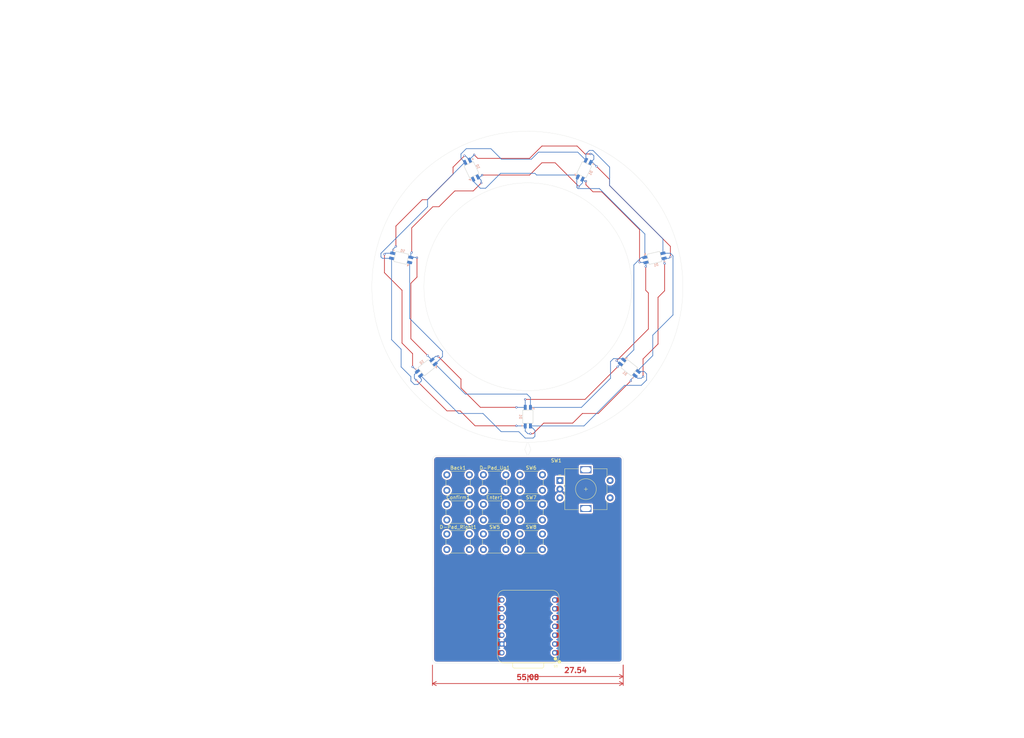
<source format=kicad_pcb>
(kicad_pcb (version 20241229) (generator "pcbnew") (generator_version "9.0")
  (layers (0 "F.Cu" signal) (2 "B.Cu" signal) (13 "F.Paste" user) (15 "B.Paste" user) (5 "F.SilkS" user "F.Silkscreen") (7 "B.SilkS" user "B.Silkscreen") (1 "F.Mask" user) (3 "B.Mask" user) (25 "Edge.Cuts" user))
  (net 0 "")
  (net 1 "Net-(D1-VDD)")
  (net 2 "Net-(D1-VSS)")
  (net 3 "Net-(D1-DOUT)")
  (net 4 "Net-(D1-DIN)")
  (net 5 "Row1")
  (net 6 "Colum3")
  (net 7 "Colum1")
  (net 10 "Row2")
  (net 11 "Colum2")
  (net 12 "GND")
  (net 13 "EC-A")
  (net 14 "EC-B")
  (net 15 "Row3")
  (net 16 "5V+")
  (footprint "Button_Switch_THT:SW_PUSH_6mm" (layer "F.Cu") (at 139.564 134.284)
    (property "Reference" "D-Pad_Up1" (at 3.25 -2 0) (layer "F.SilkS"))
    (property "Value" "SW_Push")
    (pad "1" thru_hole circle (at 0 0 90) (size 2 2) (drill 1.1) (layers "*.Cu" "*.Mask") (net 11 "Colum2"))
    (pad "1" thru_hole circle (at 6.5 0 90) (size 2 2) (drill 1.1) (layers "*.Cu" "*.Mask") (net 11 "Colum2"))
    (pad "2" thru_hole circle (at 0 4.5 90) (size 2 2) (drill 1.1) (layers "*.Cu" "*.Mask") (net 5 "Row1"))
    (pad "2" thru_hole circle (at 6.5 4.5 90) (size 2 2) (drill 1.1) (layers "*.Cu" "*.Mask") (net 5 "Row1"))
  )
  (footprint "Button_Switch_THT:SW_PUSH_6mm" (layer "F.Cu") (at 150.114 142.834)
    (property "Reference" "SW7" (at 3.25 -2 0) (layer "F.SilkS"))
    (property "Value" "SW_Push")
    (pad "1" thru_hole circle (at 0 0 90) (size 2 2) (drill 1.1) (layers "*.Cu" "*.Mask") (net 6 "Colum3"))
    (pad "1" thru_hole circle (at 6.5 0 90) (size 2 2) (drill 1.1) (layers "*.Cu" "*.Mask") (net 6 "Colum3"))
    (pad "2" thru_hole circle (at 0 4.5 90) (size 2 2) (drill 1.1) (layers "*.Cu" "*.Mask") (net 10 "Row2"))
    (pad "2" thru_hole circle (at 6.5 4.5 90) (size 2 2) (drill 1.1) (layers "*.Cu" "*.Mask") (net 10 "Row2"))
  )
  (footprint "Rotary_Encoder:RotaryEncoder_Alps_EC11E-Switch_Vertical_H20mm" (layer "F.Cu") (at 161.66 135.93)
    (property "Reference" "SW1" (at -1.062 -5.752 0) (layer "F.SilkS"))
    (property "Value" "RotaryEncoder_Switch")
    (pad "A" thru_hole rect (at 0 0) (size 2 2) (drill 1) (layers "*.Cu" "*.Mask") (net 13 "EC-A"))
    (pad "B" thru_hole circle (at 0 5) (size 2 2) (drill 1) (layers "*.Cu" "*.Mask") (net 14 "EC-B"))
    (pad "C" thru_hole circle (at 0 2.5) (size 2 2) (drill 1) (layers "*.Cu" "*.Mask") (net 12 "GND"))
    (pad "MP" thru_hole rect (at 7.5 -3.1) (size 3.2 2) (drill oval 2.8 1.5) (layers "*.Cu" "*.Mask"))
    (pad "MP" thru_hole rect (at 7.5 8.1) (size 3.2 2) (drill oval 2.8 1.5) (layers "*.Cu" "*.Mask"))
    (pad "S1" thru_hole circle (at 14.5 5) (size 2 2) (drill 1) (layers "*.Cu" "*.Mask") (net 6 "Colum3"))
    (pad "S2" thru_hole circle (at 14.5 0) (size 2 2) (drill 1) (layers "*.Cu" "*.Mask") (net 5 "Row1"))
  )
  (footprint "Button_Switch_THT:SW_PUSH_6mm" (layer "F.Cu") (at 139.564 151.384)
    (property "Reference" "SW5" (at 3.25 -2 0) (layer "F.SilkS"))
    (property "Value" "SW_Push")
    (pad "1" thru_hole circle (at 0 0 90) (size 2 2) (drill 1.1) (layers "*.Cu" "*.Mask") (net 7 "Colum1"))
    (pad "1" thru_hole circle (at 6.5 0 90) (size 2 2) (drill 1.1) (layers "*.Cu" "*.Mask") (net 7 "Colum1"))
    (pad "2" thru_hole circle (at 0 4.5 90) (size 2 2) (drill 1.1) (layers "*.Cu" "*.Mask") (net 15 "Row3"))
    (pad "2" thru_hole circle (at 6.5 4.5 90) (size 2 2) (drill 1.1) (layers "*.Cu" "*.Mask") (net 15 "Row3"))
  )
  (footprint "Button_Switch_THT:SW_PUSH_6mm" (layer "F.Cu") (at 129.014 142.834)
    (property "Reference" "Confirm1" (at 3.25 -2 0) (layer "F.SilkS"))
    (property "Value" "SW_Push")
    (pad "1" thru_hole circle (at 0 0 90) (size 2 2) (drill 1.1) (layers "*.Cu" "*.Mask") (net 7 "Colum1"))
    (pad "1" thru_hole circle (at 6.5 0 90) (size 2 2) (drill 1.1) (layers "*.Cu" "*.Mask") (net 7 "Colum1"))
    (pad "2" thru_hole circle (at 0 4.5 90) (size 2 2) (drill 1.1) (layers "*.Cu" "*.Mask") (net 5 "Row1"))
    (pad "2" thru_hole circle (at 6.5 4.5 90) (size 2 2) (drill 1.1) (layers "*.Cu" "*.Mask") (net 5 "Row1"))
  )
  (footprint "Seeed Studio XIAO Series Library:XIAO-ESP32C3-DIP" (layer "F.Cu") (at 152.4 178.054 180)
    (property "Reference" "U1" (at -8 -11.5 180) (layer "F.SilkS") (effects (font (size 0.635 0.635) (thickness 0.1016))))
    (property "Value" "XIAO-ESP32-C3-DIP")
    (pad "1" smd roundrect (at -8.575 -7.62) (size 2.432 1.524) (layers "F.Cu" "F.Mask") (roundrect_rratio 0.1) (net 4 "Net-(D1-DIN)"))
    (pad "1" thru_hole circle (at -7.74 -7.62) (size 1.524 1.524) (drill 0.889) (layers "*.Cu" "*.Mask") (net 4 "Net-(D1-DIN)"))
    (pad "2" smd roundrect (at -8.575 -5.08) (size 2.432 1.524) (layers "F.Cu" "F.Mask") (roundrect_rratio 0.1) (net 7 "Colum1"))
    (pad "2" thru_hole circle (at -7.74 -5.08) (size 1.524 1.524) (drill 0.889) (layers "*.Cu" "*.Mask") (net 7 "Colum1"))
    (pad "3" smd roundrect (at -8.575 -2.54) (size 2.432 1.524) (layers "F.Cu" "F.Mask") (roundrect_rratio 0.1) (net 11 "Colum2"))
    (pad "3" thru_hole circle (at -7.74 -2.54) (size 1.524 1.524) (drill 0.889) (layers "*.Cu" "*.Mask") (net 11 "Colum2"))
    (pad "4" smd roundrect (at -8.575 0) (size 2.432 1.524) (layers "F.Cu" "F.Mask") (roundrect_rratio 0.1) (net 6 "Colum3"))
    (pad "4" thru_hole circle (at -7.74 0) (size 1.524 1.524) (drill 0.889) (layers "*.Cu" "*.Mask") (net 6 "Colum3"))
    (pad "5" smd roundrect (at -8.575 2.54) (size 2.432 1.524) (layers "F.Cu" "F.Mask") (roundrect_rratio 0.1))
    (pad "5" thru_hole circle (at -7.74 2.54) (size 1.524 1.524) (drill 0.889) (layers "*.Cu" "*.Mask"))
    (pad "6" smd roundrect (at -8.575 5.08) (size 2.432 1.524) (layers "F.Cu" "F.Mask") (roundrect_rratio 0.1))
    (pad "6" thru_hole circle (at -7.74 5.08) (size 1.524 1.524) (drill 0.889) (layers "*.Cu" "*.Mask"))
    (pad "7" smd roundrect (at -8.575 7.62) (size 2.432 1.524) (layers "F.Cu" "F.Mask") (roundrect_rratio 0.1) (net 13 "EC-A"))
    (pad "7" thru_hole circle (at -7.74 7.62) (size 1.524 1.524) (drill 0.889) (layers "*.Cu" "*.Mask") (net 13 "EC-A"))
    (pad "8" thru_hole circle (at 7.5 7.62 180) (size 1.524 1.524) (drill 0.889) (layers "*.Cu" "*.Mask") (net 14 "EC-B"))
    (pad "8" smd roundrect (at 8.335 7.62 180) (size 2.432 1.524) (layers "F.Cu" "F.Mask") (roundrect_rratio 0.1) (net 14 "EC-B"))
    (pad "9" thru_hole circle (at 7.5 5.08 180) (size 1.524 1.524) (drill 0.889) (layers "*.Cu" "*.Mask") (net 15 "Row3"))
    (pad "9" smd roundrect (at 8.335 5.08 180) (size 2.432 1.524) (layers "F.Cu" "F.Mask") (roundrect_rratio 0.1) (net 15 "Row3"))
    (pad "10" thru_hole circle (at 7.5 2.54 180) (size 1.524 1.524) (drill 0.889) (layers "*.Cu" "*.Mask") (net 10 "Row2"))
    (pad "10" smd roundrect (at 8.335 2.54 180) (size 2.432 1.524) (layers "F.Cu" "F.Mask") (roundrect_rratio 0.1) (net 10 "Row2"))
    (pad "11" thru_hole circle (at 7.5 0 180) (size 1.524 1.524) (drill 0.889) (layers "*.Cu" "*.Mask") (net 5 "Row1"))
    (pad "11" smd roundrect (at 8.335 0 180) (size 2.432 1.524) (layers "F.Cu" "F.Mask") (roundrect_rratio 0.1) (net 5 "Row1"))
    (pad "12" thru_hole circle (at 7.5 -2.54 180) (size 1.524 1.524) (drill 0.889) (layers "*.Cu" "*.Mask"))
    (pad "12" smd roundrect (at 8.335 -2.54 180) (size 2.432 1.524) (layers "F.Cu" "F.Mask") (roundrect_rratio 0.1))
    (pad "13" thru_hole circle (at 7.5 -5.08 180) (size 1.524 1.524) (drill 0.889) (layers "*.Cu" "*.Mask") (net 12 "GND"))
    (pad "13" smd roundrect (at 8.335 -5.08 180) (size 2.432 1.524) (layers "F.Cu" "F.Mask") (roundrect_rratio 0.1) (net 12 "GND"))
    (pad "14" thru_hole circle (at 7.5 -7.62 180) (size 1.524 1.524) (drill 0.889) (layers "*.Cu" "*.Mask") (net 16 "5V+"))
    (pad "14" smd roundrect (at 8.335 -7.62 180) (size 2.432 1.524) (layers "F.Cu" "F.Mask") (roundrect_rratio 0.1) (net 16 "5V+"))
  )
  (footprint "Button_Switch_THT:SW_PUSH_6mm" (layer "F.Cu") (at 129.014 151.384)
    (property "Reference" "D-Pad_Right1" (at 3.25 -2 0) (layer "F.SilkS"))
    (property "Value" "SW_Push")
    (pad "1" thru_hole circle (at 0 0 90) (size 2 2) (drill 1.1) (layers "*.Cu" "*.Mask") (net 7 "Colum1"))
    (pad "1" thru_hole circle (at 6.5 0 90) (size 2 2) (drill 1.1) (layers "*.Cu" "*.Mask") (net 7 "Colum1"))
    (pad "2" thru_hole circle (at 0 4.5 90) (size 2 2) (drill 1.1) (layers "*.Cu" "*.Mask") (net 10 "Row2"))
    (pad "2" thru_hole circle (at 6.5 4.5 90) (size 2 2) (drill 1.1) (layers "*.Cu" "*.Mask") (net 10 "Row2"))
  )
  (footprint "Button_Switch_THT:SW_PUSH_6mm" (layer "F.Cu") (at 139.564 142.834)
    (property "Reference" "Enter1" (at 3.25 -2 0) (layer "F.SilkS"))
    (property "Value" "SW_Push")
    (pad "1" thru_hole circle (at 0 0 90) (size 2 2) (drill 1.1) (layers "*.Cu" "*.Mask") (net 11 "Colum2"))
    (pad "1" thru_hole circle (at 6.5 0 90) (size 2 2) (drill 1.1) (layers "*.Cu" "*.Mask") (net 11 "Colum2"))
    (pad "2" thru_hole circle (at 0 4.5 90) (size 2 2) (drill 1.1) (layers "*.Cu" "*.Mask") (net 10 "Row2"))
    (pad "2" thru_hole circle (at 6.5 4.5 90) (size 2 2) (drill 1.1) (layers "*.Cu" "*.Mask") (net 10 "Row2"))
  )
  (footprint "Button_Switch_THT:SW_PUSH_6mm" (layer "F.Cu") (at 129.014 134.284)
    (property "Reference" "Back1" (at 3.25 -2 0) (layer "F.SilkS"))
    (property "Value" "SW_Push")
    (pad "1" thru_hole circle (at 0 0 90) (size 2 2) (drill 1.1) (layers "*.Cu" "*.Mask") (net 6 "Colum3"))
    (pad "1" thru_hole circle (at 6.5 0 90) (size 2 2) (drill 1.1) (layers "*.Cu" "*.Mask") (net 6 "Colum3"))
    (pad "2" thru_hole circle (at 0 4.5 90) (size 2 2) (drill 1.1) (layers "*.Cu" "*.Mask") (net 5 "Row1"))
    (pad "2" thru_hole circle (at 6.5 4.5 90) (size 2 2) (drill 1.1) (layers "*.Cu" "*.Mask") (net 5 "Row1"))
  )
  (footprint "Button_Switch_THT:SW_PUSH_6mm" (layer "F.Cu") (at 150.114 151.384)
    (property "Reference" "SW8" (at 3.25 -2 0) (layer "F.SilkS"))
    (property "Value" "SW_Push")
    (pad "1" thru_hole circle (at 0 0 90) (size 2 2) (drill 1.1) (layers "*.Cu" "*.Mask") (net 6 "Colum3"))
    (pad "1" thru_hole circle (at 6.5 0 90) (size 2 2) (drill 1.1) (layers "*.Cu" "*.Mask") (net 6 "Colum3"))
    (pad "2" thru_hole circle (at 0 4.5 90) (size 2 2) (drill 1.1) (layers "*.Cu" "*.Mask") (net 15 "Row3"))
    (pad "2" thru_hole circle (at 6.5 4.5 90) (size 2 2) (drill 1.1) (layers "*.Cu" "*.Mask") (net 15 "Row3"))
  )
  (footprint "Button_Switch_THT:SW_PUSH_6mm" (layer "F.Cu") (at 150.114 134.284)
    (property "Reference" "SW6" (at 3.25 -2 0) (layer "F.SilkS"))
    (property "Value" "SW_Push")
    (pad "1" thru_hole circle (at 0 0 90) (size 2 2) (drill 1.1) (layers "*.Cu" "*.Mask") (net 11 "Colum2"))
    (pad "1" thru_hole circle (at 6.5 0 90) (size 2 2) (drill 1.1) (layers "*.Cu" "*.Mask") (net 11 "Colum2"))
    (pad "2" thru_hole circle (at 0 4.5 90) (size 2 2) (drill 1.1) (layers "*.Cu" "*.Mask") (net 15 "Row3"))
    (pad "2" thru_hole circle (at 6.5 4.5 90) (size 2 2) (drill 1.1) (layers "*.Cu" "*.Mask") (net 15 "Row3"))
  )
  (footprint "libs:SK6812-MINI-E" (layer "B.Cu") (at 115.840212 71.655429 -12.8572)
    (property "Reference" "D1" (at 0 -2.1 167.1428) (layer "B.SilkS") (effects (font (size 0.7 0.7)) (justify mirror)))
    (property "Value" "SK6812MINI" (hide yes))
    (fp_line (start -1.7 1.5) (end 1.7 1.5) (stroke (width 0.12)) (layer "Edge.Cuts"))
    (fp_line (start -1.9 -1.3) (end -1.9 1.3) (stroke (width 0.12)) (layer "Edge.Cuts"))
    (fp_line (start 1.9 1.3) (end 1.9 -1.3) (stroke (width 0.12)) (layer "Edge.Cuts"))
    (fp_line (start 1.7 -1.5) (end -1.7 -1.5) (stroke (width 0.12)) (layer "Edge.Cuts"))
    (fp_arc (start -1.7 1.5) (mid -1.841421 1.44142) (end -1.9 1.3) (stroke (width 0.12)) (layer "Edge.Cuts"))
    (fp_arc (start -1.9 -1.3) (mid -1.84142 -1.441421) (end -1.7 -1.5) (stroke (width 0.12)) (layer "Edge.Cuts"))
    (fp_arc (start 1.9 1.3) (mid 1.841421 1.441421) (end 1.7 1.5) (stroke (width 0.12)) (layer "Edge.Cuts"))
    (fp_arc (start 1.7 -1.5) (mid 1.841422 -1.441421) (end 1.9 -1.3) (stroke (width 0.12)) (layer "Edge.Cuts"))
    (pad "1" smd rect (at -2.675 -0.75 347.1428) (size 1.45 0.82) (layers "B.Cu" "B.Mask" "B.Paste") (net 3 "Net-(D1-DOUT)"))
    (pad "2" smd rect (at -2.675 0.75 347.1428) (size 1.45 0.82) (layers "B.Cu" "B.Mask" "B.Paste") (net 2 "Net-(D1-VSS)"))
    (pad "3" smd roundrect (at 2.675 0.75 347.1428) (size 1.45 0.82) (layers "B.Cu" "B.Mask" "B.Paste") (net 4 "Net-(D1-DIN)"))
    (pad "4" smd rect (at 2.675 -0.75 347.1428) (size 1.45 0.82) (layers "B.Cu" "B.Mask" "B.Paste") (net 1 "Net-(D1-VDD)"))
  )
  (footprint "libs:SK6812-MINI-E" (layer "B.Cu") (at 136.12941 46.213643 -64.2858)
    (property "Reference" "D1" (at 0 -2.1 115.7142) (layer "B.SilkS") (effects (font (size 0.7 0.7)) (justify mirror)))
    (property "Value" "SK6812MINI" (hide yes))
    (fp_line (start -1.7 1.5) (end 1.7 1.5) (stroke (width 0.12)) (layer "Edge.Cuts"))
    (fp_line (start 1.9 1.3) (end 1.9 -1.3) (stroke (width 0.12)) (layer "Edge.Cuts"))
    (fp_line (start -1.9 -1.3) (end -1.9 1.3) (stroke (width 0.12)) (layer "Edge.Cuts"))
    (fp_line (start 1.7 -1.5) (end -1.7 -1.5) (stroke (width 0.12)) (layer "Edge.Cuts"))
    (fp_arc (start -1.7 1.5) (mid -1.841421 1.441421) (end -1.9 1.3) (stroke (width 0.12)) (layer "Edge.Cuts"))
    (fp_arc (start 1.9 1.3) (mid 1.841421 1.441421) (end 1.7 1.5) (stroke (width 0.12)) (layer "Edge.Cuts"))
    (fp_arc (start -1.9 -1.3) (mid -1.841421 -1.441421) (end -1.7 -1.5) (stroke (width 0.12)) (layer "Edge.Cuts"))
    (fp_arc (start 1.7 -1.5) (mid 1.841421 -1.441421) (end 1.9 -1.3) (stroke (width 0.12)) (layer "Edge.Cuts"))
    (pad "1" smd rect (at -2.675 -0.75 295.7142) (size 1.45 0.82) (layers "B.Cu" "B.Mask" "B.Paste") (net 3 "Net-(D1-DOUT)"))
    (pad "2" smd rect (at -2.675001 0.75 295.7142) (size 1.45 0.82) (layers "B.Cu" "B.Mask" "B.Paste") (net 2 "Net-(D1-VSS)"))
    (pad "3" smd roundrect (at 2.675 0.75 295.7142) (size 1.45 0.82) (layers "B.Cu" "B.Mask" "B.Paste") (net 4 "Net-(D1-DIN)"))
    (pad "4" smd rect (at 2.675001 -0.75 295.7142) (size 1.45 0.82) (layers "B.Cu" "B.Mask" "B.Paste") (net 1 "Net-(D1-VDD)"))
  )
  (footprint "libs:SK6812-MINI-E" (layer "B.Cu") (at 152.4 117.5 90)
    (property "Reference" "D1" (at 0 -2.1 270) (layer "B.SilkS") (effects (font (size 0.7 0.7)) (justify mirror)))
    (property "Value" "SK6812MINI" (hide yes))
    (fp_line (start 1.7 -1.5) (end -1.7 -1.5) (stroke (width 0.12)) (layer "Edge.Cuts"))
    (fp_line (start -1.9 -1.3) (end -1.9 1.3) (stroke (width 0.12)) (layer "Edge.Cuts"))
    (fp_line (start 1.9 1.3) (end 1.9 -1.3) (stroke (width 0.12)) (layer "Edge.Cuts"))
    (fp_line (start -1.7 1.5) (end 1.7 1.5) (stroke (width 0.12)) (layer "Edge.Cuts"))
    (fp_arc (start 1.7 -1.5) (mid 1.841421 -1.441421) (end 1.9 -1.3) (stroke (width 0.12)) (layer "Edge.Cuts"))
    (fp_arc (start -1.9 -1.3) (mid -1.841421 -1.441421) (end -1.7 -1.5) (stroke (width 0.12)) (layer "Edge.Cuts"))
    (fp_arc (start 1.9 1.3) (mid 1.841421 1.441421) (end 1.7 1.5) (stroke (width 0.12)) (layer "Edge.Cuts"))
    (fp_arc (start -1.7 1.5) (mid -1.841421 1.441421) (end -1.9 1.3) (stroke (width 0.12)) (layer "Edge.Cuts"))
    (pad "1" smd rect (at -2.675 -0.75 90) (size 1.45 0.82) (layers "B.Cu" "B.Mask" "B.Paste") (net 3 "Net-(D1-DOUT)"))
    (pad "2" smd rect (at -2.675 0.75 90) (size 1.45 0.82) (layers "B.Cu" "B.Mask" "B.Paste") (net 2 "Net-(D1-VSS)"))
    (pad "3" smd roundrect (at 2.675 0.75 90) (size 1.45 0.82) (layers "B.Cu" "B.Mask" "B.Paste") (net 4 "Net-(D1-DIN)"))
    (pad "4" smd rect (at 2.675 -0.75 90) (size 1.45 0.82) (layers "B.Cu" "B.Mask" "B.Paste") (net 1 "Net-(D1-VDD)"))
  )
  (footprint "libs:SK6812-MINI-E" (layer "B.Cu") (at 168.670708 46.2137 -115.7144)
    (property "Reference" "D1" (at 0 -2.1 64.2856) (layer "B.SilkS") (effects (font (size 0.7 0.7)) (justify mirror)))
    (property "Value" "SK6812MINI" (hide yes))
    (fp_line (start 1.9 1.3) (end 1.9 -1.3) (stroke (width 0.12)) (layer "Edge.Cuts"))
    (fp_line (start -1.7 1.5) (end 1.7 1.5) (stroke (width 0.12)) (layer "Edge.Cuts"))
    (fp_line (start 1.7 -1.5) (end -1.7 -1.5) (stroke (width 0.12)) (layer "Edge.Cuts"))
    (fp_line (start -1.9 -1.3) (end -1.9 1.3) (stroke (width 0.12)) (layer "Edge.Cuts"))
    (fp_arc (start 1.9 1.3) (mid 1.841422 1.441422) (end 1.7 1.5) (stroke (width 0.12)) (layer "Edge.Cuts"))
    (fp_arc (start -1.7 1.5) (mid -1.841421 1.441421) (end -1.9 1.3) (stroke (width 0.12)) (layer "Edge.Cuts"))
    (fp_arc (start 1.7 -1.5) (mid 1.841421 -1.441422) (end 1.9 -1.3) (stroke (width 0.12)) (layer "Edge.Cuts"))
    (fp_arc (start -1.9 -1.3) (mid -1.84142 -1.441421) (end -1.7 -1.5) (stroke (width 0.12)) (layer "Edge.Cuts"))
    (pad "1" smd rect (at -2.675 -0.75 244.2856) (size 1.45 0.82) (layers "B.Cu" "B.Mask" "B.Paste") (net 3 "Net-(D1-DOUT)"))
    (pad "2" smd rect (at -2.675 0.75 244.2856) (size 1.45 0.82) (layers "B.Cu" "B.Mask" "B.Paste") (net 2 "Net-(D1-VSS)"))
    (pad "3" smd roundrect (at 2.675 0.75 244.2856) (size 1.45 0.82) (layers "B.Cu" "B.Mask" "B.Paste") (net 4 "Net-(D1-DIN)"))
    (pad "4" smd rect (at 2.675 -0.75 244.2856) (size 1.45 0.82) (layers "B.Cu" "B.Mask" "B.Paste") (net 1 "Net-(D1-VDD)"))
  )
  (footprint "libs:SK6812-MINI-E" (layer "B.Cu") (at 123.081308 103.380853 38.5714)
    (property "Reference" "D1" (at 0 -2.1 218.5714) (layer "B.SilkS") (effects (font (size 0.7 0.7)) (justify mirror)))
    (property "Value" "SK6812MINI" (hide yes))
    (fp_line (start -1.900001 -1.3) (end -1.9 1.3) (stroke (width 0.12)) (layer "Edge.Cuts"))
    (fp_line (start -1.7 1.5) (end 1.7 1.5) (stroke (width 0.12)) (layer "Edge.Cuts"))
    (fp_line (start 1.7 -1.5) (end -1.7 -1.5) (stroke (width 0.12)) (layer "Edge.Cuts"))
    (fp_line (start 1.900001 1.3) (end 1.9 -1.3) (stroke (width 0.12)) (layer "Edge.Cuts"))
    (fp_arc (start -1.900001 -1.3) (mid -1.841421 -1.441421) (end -1.7 -1.5) (stroke (width 0.12)) (layer "Edge.Cuts"))
    (fp_arc (start -1.7 1.5) (mid -1.841422 1.441421) (end -1.9 1.3) (stroke (width 0.12)) (layer "Edge.Cuts"))
    (fp_arc (start 1.7 -1.5) (mid 1.841422 -1.441421) (end 1.9 -1.3) (stroke (width 0.12)) (layer "Edge.Cuts"))
    (fp_arc (start 1.900001 1.3) (mid 1.841422 1.441421) (end 1.7 1.5) (stroke (width 0.12)) (layer "Edge.Cuts"))
    (pad "1" smd rect (at -2.675 -0.75 38.5714) (size 1.45 0.82) (layers "B.Cu" "B.Mask" "B.Paste") (net 3 "Net-(D1-DOUT)"))
    (pad "2" smd rect (at -2.675 0.75 38.5714) (size 1.45 0.82) (layers "B.Cu" "B.Mask" "B.Paste") (net 2 "Net-(D1-VSS)"))
    (pad "3" smd roundrect (at 2.675 0.75 38.5714) (size 1.45 0.82) (layers "B.Cu" "B.Mask" "B.Paste") (net 4 "Net-(D1-DIN)"))
    (pad "4" smd rect (at 2.675 -0.75 38.5714) (size 1.45 0.82) (layers "B.Cu" "B.Mask" "B.Paste") (net 1 "Net-(D1-VDD)"))
  )
  (footprint "libs:SK6812-MINI-E" (layer "B.Cu") (at 188.959818 71.655556 -167.143)
    (property "Reference" "D1" (at 0 -2.1 12.857) (layer "B.SilkS") (effects (font (size 0.7 0.7)) (justify mirror)))
    (property "Value" "SK6812MINI" (hide yes))
    (fp_line (start 1.9 1.3) (end 1.9 -1.3) (stroke (width 0.12)) (layer "Edge.Cuts"))
    (fp_line (start 1.7 -1.5) (end -1.7 -1.5) (stroke (width 0.12)) (layer "Edge.Cuts"))
    (fp_line (start -1.7 1.5) (end 1.7 1.5) (stroke (width 0.12)) (layer "Edge.Cuts"))
    (fp_line (start -1.9 -1.3) (end -1.9 1.3) (stroke (width 0.12)) (layer "Edge.Cuts"))
    (fp_arc (start 1.9 1.3) (mid 1.841421 1.441422) (end 1.7 1.5) (stroke (width 0.12)) (layer "Edge.Cuts"))
    (fp_arc (start 1.7 -1.5) (mid 1.841421 -1.441421) (end 1.9 -1.3) (stroke (width 0.12)) (layer "Edge.Cuts"))
    (fp_arc (start -1.7 1.5) (mid -1.841421 1.441421) (end -1.9 1.3) (stroke (width 0.12)) (layer "Edge.Cuts"))
    (fp_arc (start -1.9 -1.3) (mid -1.841421 -1.441421) (end -1.7 -1.5) (stroke (width 0.12)) (layer "Edge.Cuts"))
    (pad "1" smd rect (at -2.675002 -0.75 192.857) (size 1.45 0.82) (layers "B.Cu" "B.Mask" "B.Paste") (net 3 "Net-(D1-DOUT)"))
    (pad "2" smd rect (at -2.675 0.75 192.857) (size 1.45 0.82) (layers "B.Cu" "B.Mask" "B.Paste") (net 2 "Net-(D1-VSS)"))
    (pad "3" smd roundrect (at 2.675002 0.75 192.857) (size 1.45 0.82) (layers "B.Cu" "B.Mask" "B.Paste") (net 4 "Net-(D1-DIN)"))
    (pad "4" smd rect (at 2.675 -0.75 192.857) (size 1.45 0.82) (layers "B.Cu" "B.Mask" "B.Paste") (net 1 "Net-(D1-VDD)"))
  )
  (footprint "libs:SK6812-MINI-E" (layer "B.Cu") (at 181.718611 103.380955 141.4284)
    (property "Reference" "D1" (at 0 -2.1 321.4284) (layer "B.SilkS") (effects (font (size 0.7 0.7)) (justify mirror)))
    (property "Value" "SK6812MINI" (hide yes))
    (fp_line (start 1.7 -1.5) (end -1.7 -1.5) (stroke (width 0.12)) (layer "Edge.Cuts"))
    (fp_line (start 1.9 1.300001) (end 1.9 -1.3) (stroke (width 0.12)) (layer "Edge.Cuts"))
    (fp_line (start -1.9 -1.300001) (end -1.9 1.3) (stroke (width 0.12)) (layer "Edge.Cuts"))
    (fp_line (start -1.7 1.5) (end 1.7 1.5) (stroke (width 0.12)) (layer "Edge.Cuts"))
    (fp_arc (start 1.7 -1.5) (mid 1.841422 -1.441421) (end 1.9 -1.3) (stroke (width 0.12)) (layer "Edge.Cuts"))
    (fp_arc (start 1.9 1.300001) (mid 1.841421 1.441421) (end 1.7 1.5) (stroke (width 0.12)) (layer "Edge.Cuts"))
    (fp_arc (start -1.9 -1.300001) (mid -1.841421 -1.441422) (end -1.7 -1.5) (stroke (width 0.12)) (layer "Edge.Cuts"))
    (fp_arc (start -1.7 1.5) (mid -1.841422 1.441421) (end -1.9 1.3) (stroke (width 0.12)) (layer "Edge.Cuts"))
    (pad "1" smd rect (at -2.675 -0.75 141.4284) (size 1.45 0.82) (layers "B.Cu" "B.Mask" "B.Paste") (net 3 "Net-(D1-DOUT)"))
    (pad "2" smd rect (at -2.675 0.75 141.4284) (size 1.45 0.82) (layers "B.Cu" "B.Mask" "B.Paste") (net 2 "Net-(D1-VSS)"))
    (pad "3" smd roundrect (at 2.675 0.75 141.4284) (size 1.45 0.82) (layers "B.Cu" "B.Mask" "B.Paste") (net 4 "Net-(D1-DIN)"))
    (pad "4" smd rect (at 2.675 -0.75 141.4284) (size 1.45 0.82) (layers "B.Cu" "B.Mask" "B.Paste") (net 1 "Net-(D1-VDD)"))
  )
  (gr_line (start 153.289 127) (end 152.527 124.897155) (stroke (width 0.05)) (layer "Edge.Cuts"))
  (gr_line (start 124.868477 129.972286) (end 124.86 187.560002) (stroke (width 0.05)) (layer "Edge.Cuts"))
  (gr_arc (start 126.13 188.726585) (mid 125.267762 188.390676) (end 124.86 187.560002) (stroke (width 0.05)) (layer "Edge.Cuts"))
  (gr_arc (start 178.689 128.722) (mid 179.551238 129.057909) (end 179.959 129.888583) (stroke (width 0.05)) (layer "Edge.Cuts"))
  (gr_line (start 153.289 127) (end 152.527 128.722) (stroke (width 0.05)) (layer "Edge.Cuts"))
  (gr_arc (start 124.868619 129.972286) (mid 125.210835 129.122068) (end 126.03506 128.721274) (stroke (width 0.05)) (layer "Edge.Cuts"))
  (gr_arc (start 179.948365 187.452) (mid 179.624164 188.302757) (end 178.816001 188.722) (stroke (width 0.05)) (layer "Edge.Cuts"))
  (gr_line (start 126.13 188.726584) (end 178.816 188.722) (stroke (width 0.05)) (layer "Edge.Cuts"))
  (gr_arc (start 152.273 124.897694) (mid 152.146084 35.102486) (end 152.526999 124.896976) (stroke (width 0.05)) (layer "Edge.Cuts"))
  (gr_line (start 151.511 127) (end 152.273 128.722068) (stroke (width 0.05)) (layer "Edge.Cuts"))
  (gr_circle (center 152.4 80) (end 122.4 80) (stroke (width 0.05)) (fill no) (layer "Edge.Cuts"))
  (gr_line (start 179.959014 129.888583) (end 179.948365 187.452) (stroke (width 0.05)) (layer "Edge.Cuts"))
  (gr_line (start 152.273 128.722068) (end 126.03506 128.721265) (stroke (width 0.05)) (layer "Edge.Cuts"))
  (gr_line (start 152.527 128.722) (end 178.689 128.722) (stroke (width 0.05)) (layer "Edge.Cuts"))
  (gr_line (start 151.511 127) (end 152.273 124.89931) (stroke (width 0.05)) (layer "Edge.Cuts"))
  (dimension (type orthogonal) (layer "F.Cu") (pts (xy 124.86 188.722) (xy 179.94 188.722)) (height 5.842) (orientation 0) (format (prefix "") (suffix "") (units 3) (units_format 0) (precision 4) (suppress_zeroes yes)) (style (thickness 0.2) (arrow_length 1.27) (text_position_mode 0) (arrow_direction outward) (extension_height 0.58642) (extension_offset 0.5) (keep_text_aligned yes)) (gr_text "55.08" (at 152.4 192.764 0) (layer "F.Cu") (effects (font (size 1.5 1.5) (thickness 0.3)))))
  (dimension (type orthogonal) (layer "F.Cu") (pts (xy 152.4 194.564) (xy 179.94 188.722)) (height -2.032) (orientation 0) (format (prefix "") (suffix "") (units 3) (units_format 0) (precision 4) (suppress_zeroes yes)) (style (thickness 0.2) (arrow_length 1.27) (text_position_mode 0) (arrow_direction outward) (extension_height 0.58642) (extension_offset 0.5) (keep_text_aligned yes)) (gr_text "27.54" (at 166.17 190.732 0) (layer "F.Cu") (effects (font (size 1.5 1.5) (thickness 0.3)))))
  (segment (start 173.736 52.578) (end 171.196 52.578) (width 0.2) (layer "F.Cu") (net 1))
  (segment (start 152.908 47.752) (end 156.464 44.196) (width 0.2) (layer "F.Cu") (net 1))
  (segment (start 138.684 114.808) (end 133.096 109.22) (width 0.2) (layer "F.Cu") (net 1))
  (segment (start 120.396 77.216) (end 120.396 71.628) (width 0.2) (layer "F.Cu") (net 1))
  (segment (start 187.198 92.202) (end 178.054 101.346) (width 0.2) (layer "F.Cu") (net 1))
  (segment (start 136.652 52.324) (end 138.938 50.038) (width 0.2) (layer "F.Cu") (net 1))
  (segment (start 156.464 44.196) (end 160.274 44.196) (width 0.2) (layer "F.Cu") (net 1))
  (segment (start 139.192 47.752) (end 152.908 47.752) (width 0.2) (layer "F.Cu") (net 1))
  (segment (start 186.436 81.026) (end 187.198 81.788) (width 0.2) (layer "F.Cu") (net 1))
  (segment (start 171.196 52.578) (end 169.164 50.546) (width 0.2) (layer "F.Cu") (net 1))
  (segment (start 118.872 62.992) (end 124.968 56.896) (width 0.2) (layer "F.Cu") (net 1))
  (segment (start 169.164 50.546) (end 169.164 49.53) (width 0.2) (layer "F.Cu") (net 1))
  (segment (start 118.872 70.104) (end 118.872 62.992) (width 0.2) (layer "F.Cu") (net 1))
  (segment (start 118.618 94.996) (end 118.618 78.994) (width 0.2) (layer "F.Cu") (net 1))
  (segment (start 133.096 106.68) (end 126.492 100.076) (width 0.2) (layer "F.Cu") (net 1))
  (segment (start 133.096 109.22) (end 133.096 106.68) (width 0.2) (layer "F.Cu") (net 1))
  (segment (start 123.444 99.822) (end 118.618 94.996) (width 0.2) (layer "F.Cu") (net 1))
  (segment (start 160.274 44.196) (end 167.132 51.054) (width 0.2) (layer "F.Cu") (net 1))
  (segment (start 131.318 52.324) (end 136.652 52.324) (width 0.2) (layer "F.Cu") (net 1))
  (segment (start 149.098 114.808) (end 138.684 114.808) (width 0.2) (layer "F.Cu") (net 1))
  (segment (start 126.746 56.896) (end 131.318 52.324) (width 0.2) (layer "F.Cu") (net 1))
  (segment (start 184.658 72.898) (end 184.658 63.5) (width 0.2) (layer "F.Cu") (net 1))
  (segment (start 187.198 81.788) (end 187.198 92.202) (width 0.2) (layer "F.Cu") (net 1))
  (segment (start 168.91 112.522) (end 151.638 112.522) (width 0.2) (layer "F.Cu") (net 1))
  (segment (start 186.436 74.168) (end 186.436 81.026) (width 0.2) (layer "F.Cu") (net 1))
  (segment (start 118.618 78.994) (end 120.396 77.216) (width 0.2) (layer "F.Cu") (net 1))
  (segment (start 184.658 63.5) (end 173.736 52.578) (width 0.2) (layer "F.Cu") (net 1))
  (segment (start 178.308 103.124) (end 168.91 112.522) (width 0.2) (layer "F.Cu") (net 1))
  (segment (start 124.968 56.896) (end 126.746 56.896) (width 0.2) (layer "F.Cu") (net 1))
  (via (at 118.872 70.104) (size 0.6) (drill 0.3) (layers "F.Cu" "B.Cu") (net 1))
  (via (at 139.192 47.752) (size 0.6) (drill 0.3) (layers "F.Cu" "B.Cu") (net 1))
  (via (at 151.638 112.522) (size 0.6) (drill 0.3) (layers "F.Cu" "B.Cu") (net 1))
  (via (at 178.308 103.124) (size 0.6) (drill 0.3) (layers "F.Cu" "B.Cu") (net 1))
  (via (at 138.938 50.038) (size 0.6) (drill 0.3) (layers "F.Cu" "B.Cu") (net 1))
  (via (at 149.098 114.808) (size 0.6) (drill 0.3) (layers "F.Cu" "B.Cu") (net 1))
  (via (at 126.492 100.076) (size 0.6) (drill 0.3) (layers "F.Cu" "B.Cu") (net 1))
  (via (at 178.054 101.346) (size 0.6) (drill 0.3) (layers "F.Cu" "B.Cu") (net 1))
  (via (at 120.396 71.628) (size 0.6) (drill 0.3) (layers "F.Cu" "B.Cu") (net 1))
  (via (at 186.436 74.168) (size 0.6) (drill 0.3) (layers "F.Cu" "B.Cu") (net 1))
  (via (at 184.658 72.898) (size 0.6) (drill 0.3) (layers "F.Cu" "B.Cu") (net 1))
  (via (at 123.444 99.822) (size 0.6) (drill 0.3) (layers "F.Cu" "B.Cu") (net 1))
  (via (at 167.132 51.054) (size 0.6) (drill 0.3) (layers "F.Cu" "B.Cu") (net 1))
  (via (at 169.164 49.53) (size 0.6) (drill 0.3) (layers "F.Cu" "B.Cu") (net 1))
  (segment (start 137.965773 48.298326) (end 138.645674 48.298326) (width 0.2) (layer "B.Cu") (net 1))
  (segment (start 137.965773 48.298326) (end 138.938 49.270553) (width 0.2) (layer "B.Cu") (net 1))
  (segment (start 151.65 114.825) (end 151.65 112.534) (width 0.2) (layer "B.Cu") (net 1))
  (segment (start 124.705091 101.126645) (end 123.444 99.865554) (width 0.2) (layer "B.Cu") (net 1))
  (segment (start 118.615035 71.519479) (end 120.287479 71.519479) (width 0.2) (layer "B.Cu") (net 1))
  (segment (start 168.18579 50.00021) (end 167.132 51.054) (width 0.2) (layer "B.Cu") (net 1))
  (segment (start 178.335084 103.124) (end 178.308 103.124) (width 0.2) (layer "B.Cu") (net 1))
  (segment (start 168.766586 49.53) (end 169.164 49.53) (width 0.2) (layer "B.Cu") (net 1))
  (segment (start 184.741989 72.981989) (end 186.518773 72.981989) (width 0.2) (layer "B.Cu") (net 1))
  (segment (start 168.18579 48.949204) (end 168.18579 50.00021) (width 0.2) (layer "B.Cu") (net 1))
  (segment (start 124.705091 101.126645) (end 125.755736 100.076) (width 0.2) (layer "B.Cu") (net 1))
  (segment (start 123.444 99.865554) (end 123.444 99.822) (width 0.2) (layer "B.Cu") (net 1))
  (segment (start 151.65 112.534) (end 151.638 112.522) (width 0.2) (layer "B.Cu") (net 1))
  (segment (start 184.658 72.898) (end 184.741989 72.981989) (width 0.2) (layer "B.Cu") (net 1))
  (segment (start 125.755736 100.076) (end 126.492 100.076) (width 0.2) (layer "B.Cu") (net 1))
  (segment (start 186.518773 74.085227) (end 186.436 74.168) (width 0.2) (layer "B.Cu") (net 1))
  (segment (start 168.18579 48.949204) (end 168.766586 49.53) (width 0.2) (layer "B.Cu") (net 1))
  (segment (start 118.615035 71.519479) (end 118.615035 70.360965) (width 0.2) (layer "B.Cu") (net 1))
  (segment (start 138.645674 48.298326) (end 139.192 47.752) (width 0.2) (layer "B.Cu") (net 1))
  (segment (start 186.518773 72.981989) (end 186.518773 74.085227) (width 0.2) (layer "B.Cu") (net 1))
  (segment (start 138.938 49.270553) (end 138.938 50.038) (width 0.2) (layer "B.Cu") (net 1))
  (segment (start 179.007486 102.299486) (end 178.054 101.346) (width 0.2) (layer "B.Cu") (net 1))
  (segment (start 151.65 114.825) (end 149.115 114.825) (width 0.2) (layer "B.Cu") (net 1))
  (segment (start 179.159598 102.299486) (end 179.007486 102.299486) (width 0.2) (layer "B.Cu") (net 1))
  (segment (start 149.115 114.825) (end 149.098 114.808) (width 0.2) (layer "B.Cu") (net 1))
  (segment (start 120.287479 71.519479) (end 120.396 71.628) (width 0.2) (layer "B.Cu") (net 1))
  (segment (start 179.159598 102.299486) (end 178.335084 103.124) (width 0.2) (layer "B.Cu") (net 1))
  (segment (start 118.615035 70.360965) (end 118.872 70.104) (width 0.2) (layer "B.Cu") (net 1))
  (segment (start 170.18 40.64) (end 169.155626 41.664374) (width 0.2) (layer "B.Cu") (net 2))
  (segment (start 139.446 116.586) (end 144.7041 121.8441) (width 0.2) (layer "B.Cu") (net 2))
  (segment (start 123.444 54.822822) (end 123.444 56.896) (width 0.2) (layer "B.Cu") (net 2))
  (segment (start 154.432 121.457) (end 153.15 120.175) (width 0.2) (layer "B.Cu") (net 2))
  (segment (start 185.996424 104.462424) (end 184.277624 104.462424) (width 0.2) (layer "B.Cu") (net 2))
  (segment (start 151.638 123.698) (end 153.924 123.698) (width 0.2) (layer "B.Cu") (net 2))
  (segment (start 166.82543 41.148) (end 155.448 41.148) (width 0.2) (layer "B.Cu") (net 2))
  (segment (start 184.367196 104.102329) (end 184.546079 103.846723) (width 0.2) (layer "B.Cu") (net 2))
  (segment (start 188.468 99.88532) (end 188.468 93.98) (width 0.2) (layer "B.Cu") (net 2))
  (segment (start 115.824 98.044) (end 115.824 103.15355) (width 0.2) (layer "B.Cu") (net 2))
  (segment (start 168.623 120.175) (end 180.34 108.458) (width 0.2) (layer "B.Cu") (net 2))
  (segment (start 109.982 70.358) (end 109.982 71.374) (width 0.2) (layer "B.Cu") (net 2))
  (segment (start 115.824 103.15355) (end 118.618 105.94755) (width 0.2) (layer "B.Cu") (net 2))
  (segment (start 132.408464 116.586) (end 139.446 116.586) (width 0.2) (layer "B.Cu") (net 2))
  (segment (start 110.399379 71.791379) (end 113.065389 71.791379) (width 0.2) (layer "B.Cu") (net 2))
  (segment (start 191.400863 66.178863) (end 176.022 50.8) (width 0.2) (layer "B.Cu") (net 2))
  (segment (start 149.7841 121.8441) (end 151.638 123.698) (width 0.2) (layer "B.Cu") (net 2))
  (segment (start 191.400863 70.329123) (end 191.400863 66.178863) (width 0.2) (layer "B.Cu") (net 2))
  (segment (start 134.293047 44.12896) (end 134.137862 44.12896) (width 0.2) (layer "B.Cu") (net 2))
  (segment (start 113.065389 95.285389) (end 115.824 98.044) (width 0.2) (layer "B.Cu") (net 2))
  (segment (start 123.444 56.896) (end 109.982 70.358) (width 0.2) (layer "B.Cu") (net 2))
  (segment (start 184.277624 104.183352) (end 184.338147 104.107459) (width 0.2) (layer "B.Cu") (net 2))
  (segment (start 134.137862 44.12896) (end 123.444 54.822822) (width 0.2) (layer "B.Cu") (net 2))
  (segment (start 153.924 123.698) (end 154.432 123.19) (width 0.2) (layer "B.Cu") (net 2))
  (segment (start 186.69 106.934) (end 186.69 105.156) (width 0.2) (layer "B.Cu") (net 2))
  (segment (start 133.096 42.931913) (end 134.293047 44.12896) (width 0.2) (layer "B.Cu") (net 2))
  (segment (start 120.65 108.204) (end 121.666 107.188) (width 0.2) (layer "B.Cu") (net 2))
  (segment (start 141.732 40.132) (end 134.62 40.132) (width 0.2) (layer "B.Cu") (net 2))
  (segment (start 184.277624 104.462424) (end 184.277624 104.183352) (width 0.2) (layer "B.Cu") (net 2))
  (segment (start 176.022 45.466) (end 171.196 40.64) (width 0.2) (layer "B.Cu") (net 2))
  (segment (start 118.618 105.94755) (end 118.618 107.188) (width 0.2) (layer "B.Cu") (net 2))
  (segment (start 113.065389 71.791379) (end 113.065389 95.285389) (width 0.2) (layer "B.Cu") (net 2))
  (segment (start 119.634 108.204) (end 120.65 108.204) (width 0.2) (layer "B.Cu") (net 2))
  (segment (start 193.563095 70.329123) (end 191.400863 70.329123) (width 0.2) (layer "B.Cu") (net 2))
  (segment (start 180.34 108.458) (end 185.166 108.458) (width 0.2) (layer "B.Cu") (net 2))
  (segment (start 176.022 50.8) (end 176.022 45.466) (width 0.2) (layer "B.Cu") (net 2))
  (segment (start 133.096 41.656) (end 133.096 42.931913) (width 0.2) (layer "B.Cu") (net 2))
  (segment (start 121.666 106.676893) (end 121.457525 106.468418) (width 0.2) (layer "B.Cu") (net 2))
  (segment (start 154.432 123.19) (end 154.432 121.457) (width 0.2) (layer "B.Cu") (net 2))
  (segment (start 184.338147 104.107459) (end 184.367196 104.102329) (width 0.2) (layer "B.Cu") (net 2))
  (segment (start 171.196 40.64) (end 170.18 40.64) (width 0.2) (layer "B.Cu") (net 2))
  (segment (start 185.166 108.458) (end 186.69 106.934) (width 0.2) (layer "B.Cu") (net 2))
  (segment (start 184.63813 103.71519) (end 188.468 99.88532) (width 0.2) (layer "B.Cu") (net 2))
  (segment (start 155.448 41.148) (end 153.416 43.18) (width 0.2) (layer "B.Cu") (net 2))
  (segment (start 144.78 43.18) (end 141.732 40.132) (width 0.2) (layer "B.Cu") (net 2))
  (segment (start 118.618 107.188) (end 119.634 108.204) (width 0.2) (layer "B.Cu") (net 2))
  (segment (start 184.63972 103.729301) (end 184.63813 103.71519) (width 0.2) (layer "B.Cu") (net 2))
  (segment (start 144.7041 121.8441) (end 149.7841 121.8441) (width 0.2) (layer "B.Cu") (net 2))
  (segment (start 194.31 88.138) (end 194.31 71.076028) (width 0.2) (layer "B.Cu") (net 2))
  (segment (start 153.15 120.175) (end 168.623 120.175) (width 0.2) (layer "B.Cu") (net 2))
  (segment (start 184.546079 103.846723) (end 184.63972 103.729301) (width 0.2) (layer "B.Cu") (net 2))
  (segment (start 169.155626 43.478196) (end 166.82543 41.148) (width 0.2) (layer "B.Cu") (net 2))
  (segment (start 121.666 107.188) (end 121.666 106.676893) (width 0.2) (layer "B.Cu") (net 2))
  (segment (start 194.31 71.076028) (end 193.563095 70.329123) (width 0.2) (layer "B.Cu") (net 2))
  (segment (start 169.155626 41.664374) (end 169.155626 43.478196) (width 0.2) (layer "B.Cu") (net 2))
  (segment (start 153.416 43.18) (end 144.78 43.18) (width 0.2) (layer "B.Cu") (net 2))
  (segment (start 121.457525 105.635061) (end 132.408464 116.586) (width 0.2) (layer "B.Cu") (net 2))
  (segment (start 121.457525 106.468418) (end 121.457525 105.635061) (width 0.2) (layer "B.Cu") (net 2))
  (segment (start 109.982 71.374) (end 110.399379 71.791379) (width 0.2) (layer "B.Cu") (net 2))
  (segment (start 186.69 105.156) (end 185.996424 104.462424) (width 0.2) (layer "B.Cu") (net 2))
  (segment (start 188.468 93.98) (end 194.31 88.138) (width 0.2) (layer "B.Cu") (net 2))
  (segment (start 134.62 40.132) (end 133.096 41.656) (width 0.2) (layer "B.Cu") (net 2))
  (segment (start 123.444 54.864) (end 130.81 47.498) (width 0.2) (layer "F.Cu") (net 3))
  (segment (start 110.998 75.946) (end 110.998 70.612) (width 0.2) (layer "F.Cu") (net 3))
  (segment (start 182.118 107.188) (end 172.72 116.586) (width 0.2) (layer "F.Cu") (net 3))
  (segment (start 116.078 81.026) (end 110.998 75.946) (width 0.2) (layer "F.Cu") (net 3))
  (segment (start 193.548 68.326) (end 193.548 71.374) (width 0.2) (layer "F.Cu") (net 3))
  (segment (start 168.148 116.586) (end 165.354 119.38) (width 0.2) (layer "F.Cu") (net 3))
  (segment (start 189.992 83.058) (end 189.992 96.52) (width 0.2) (layer "F.Cu") (net 3))
  (segment (start 116.078 96.266) (end 116.078 81.026) (width 0.2) (layer "F.Cu") (net 3))
  (segment (start 166.624 39.37) (end 168.91 41.656) (width 0.2) (layer "F.Cu") (net 3))
  (segment (start 191.897 81.153) (end 189.992 83.058) (width 0.2) (layer "F.Cu") (net 3))
  (segment (start 172.212 45.212) (end 176.022 49.022) (width 0.2) (layer "F.Cu") (net 3))
  (segment (start 137.16 120.142) (end 132.842 115.824) (width 0.2) (layer "F.Cu") (net 3))
  (segment (start 172.72 116.586) (end 168.148 116.586) (width 0.2) (layer "F.Cu") (net 3))
  (segment (start 121.92 54.864) (end 123.444 54.864) (width 0.2) (layer "F.Cu") (net 3))
  (segment (start 156.464 39.37) (end 166.624 39.37) (width 0.2) (layer "F.Cu") (net 3))
  (segment (start 191.897 73.279) (end 191.897 81.153) (width 0.2) (layer "F.Cu") (net 3))
  (segment (start 189.992 96.52) (end 185.674 100.838) (width 0.2) (layer "F.Cu") (net 3))
  (segment (start 156.972 119.38) (end 153.924 122.428) (width 0.2) (layer "F.Cu") (net 3))
  (segment (start 176.022 50.8) (end 193.548 68.326) (width 0.2) (layer "F.Cu") (net 3))
  (segment (start 114.3 68.326) (end 114.3 62.484) (width 0.2) (layer "F.Cu") (net 3))
  (segment (start 176.022 49.022) (end 176.022 50.8) (width 0.2) (layer "F.Cu") (net 3))
  (segment (start 114.3 62.484) (end 121.92 54.864) (width 0.2) (layer "F.Cu") (net 3))
  (segment (start 132.842 115.824) (end 129.032 115.824) (width 0.2) (layer "F.Cu") (net 3))
  (segment (start 153.924 122.428) (end 153.162 122.428) (width 0.2) (layer "F.Cu") (net 3))
  (segment (start 129.032 115.824) (end 120.142 106.934) (width 0.2) (layer "F.Cu") (net 3))
  (segment (start 119.126 103.124) (end 119.126 99.314) (width 0.2) (layer "F.Cu") (net 3))
  (segment (start 165.354 119.38) (end 156.972 119.38) (width 0.2) (layer "F.Cu") (net 3))
  (segment (start 119.126 99.314) (end 116.078 96.266) (width 0.2) (layer "F.Cu") (net 3))
  (segment (start 130.81 47.498) (end 130.81 45.466) (width 0.2) (layer "F.Cu") (net 3))
  (segment (start 136.906 41.91) (end 137.922 42.926) (width 0.2) (layer "F.Cu") (net 3))
  (segment (start 137.922 42.926) (end 152.908 42.926) (width 0.2) (layer "F.Cu") (net 3))
  (segment (start 130.81 45.466) (end 134.112 42.164) (width 0.2) (layer "F.Cu") (net 3))
  (segment (start 185.674 100.838) (end 185.674 105.918) (width 0.2) (layer "F.Cu") (net 3))
  (segment (start 168.91 41.656) (end 170.434 41.656) (width 0.2) (layer "F.Cu") (net 3))
  (segment (start 152.908 42.926) (end 156.464 39.37) (width 0.2) (layer "F.Cu") (net 3))
  (segment (start 149.098 120.142) (end 137.16 120.142) (width 0.2) (layer "F.Cu") (net 3))
  (via (at 136.906 41.91) (size 0.6) (drill 0.3) (layers "F.Cu" "B.Cu") (net 3))
  (via (at 193.548 71.374) (size 0.6) (drill 0.3) (layers "F.Cu" "B.Cu") (net 3))
  (via (at 110.998 70.612) (size 0.6) (drill 0.3) (layers "F.Cu" "B.Cu") (net 3))
  (via (at 172.212 45.212) (size 0.6) (drill 0.3) (layers "F.Cu" "B.Cu") (net 3))
  (via (at 114.3 68.326) (size 0.6) (drill 0.3) (layers "F.Cu" "B.Cu") (net 3))
  (via (at 153.162 122.428) (size 0.6) (drill 0.3) (layers "F.Cu" "B.Cu") (net 3))
  (via (at 120.142 106.934) (size 0.6) (drill 0.3) (layers "F.Cu" "B.Cu") (net 3))
  (via (at 182.118 107.188) (size 0.6) (drill 0.3) (layers "F.Cu" "B.Cu") (net 3))
  (via (at 134.112 42.164) (size 0.6) (drill 0.3) (layers "F.Cu" "B.Cu") (net 3))
  (via (at 119.126 103.124) (size 0.6) (drill 0.3) (layers "F.Cu" "B.Cu") (net 3))
  (via (at 170.434 41.656) (size 0.6) (drill 0.3) (layers "F.Cu" "B.Cu") (net 3))
  (via (at 185.674 105.918) (size 0.6) (drill 0.3) (layers "F.Cu" "B.Cu") (net 3))
  (via (at 191.897 73.279) (size 0.6) (drill 0.3) (layers "F.Cu" "B.Cu") (net 3))
  (via (at 149.098 120.142) (size 0.6) (drill 0.3) (layers "F.Cu" "B.Cu") (net 3))
  (segment (start 191.734642 73.116642) (end 191.897 73.279) (width 0.2) (layer "B.Cu") (net 3))
  (segment (start 183.342386 105.635169) (end 184.133217 106.426) (width 0.2) (layer "B.Cu") (net 3))
  (segment (start 171.129025 44.129025) (end 172.212 45.212) (width 0.2) (layer "B.Cu") (net 3))
  (segment (start 170.507078 44.129025) (end 171.45 43.186103) (width 0.2) (layer "B.Cu") (net 3))
  (segment (start 113.399172 70.328987) (end 111.281013 70.328987) (width 0.2) (layer "B.Cu") (net 3))
  (segment (start 151.65 120.175) (end 149.131 120.175) (width 0.2) (layer "B.Cu") (net 3))
  (segment (start 151.65 120.175) (end 151.65 121.678) (width 0.2) (layer "B.Cu") (net 3))
  (segment (start 182.118 106.859555) (end 182.118 107.188) (width 0.2) (layer "B.Cu") (net 3))
  (segment (start 113.399172 69.226828) (end 114.3 68.326) (width 0.2) (layer "B.Cu") (net 3))
  (segment (start 152.4 122.428) (end 153.162 122.428) (width 0.2) (layer "B.Cu") (net 3))
  (segment (start 183.342386 105.635169) (end 182.118 106.859555) (width 0.2) (layer "B.Cu") (net 3))
  (segment (start 120.522291 104.462313) (end 119.183978 103.124) (width 0.2) (layer "B.Cu") (net 3))
  (segment (start 170.507078 44.129025) (end 171.129025 44.129025) (width 0.2) (layer "B.Cu") (net 3))
  (segment (start 170.942 41.656) (end 170.434 41.656) (width 0.2) (layer "B.Cu") (net 3))
  (segment (start 134.330364 42.164) (end 134.112 42.164) (width 0.2) (layer "B.Cu") (net 3))
  (segment (start 136.906 41.91) (end 135.644502 43.171498) (width 0.2) (layer "B.Cu") (net 3))
  (segment (start 149.131 120.175) (end 149.098 120.142) (width 0.2) (layer "B.Cu") (net 3))
  (segment (start 171.45 42.164) (end 170.942 41.656) (width 0.2) (layer "B.Cu") (net 3))
  (segment (start 119.634 106.426) (end 120.142 106.934) (width 0.2) (layer "B.Cu") (net 3))
  (segment (start 151.65 121.678) (end 152.4 122.428) (width 0.2) (layer "B.Cu") (net 3))
  (segment (start 191.897 73.279) (end 192.024 73.406) (width 0.2) (layer "B.Cu") (net 3))
  (segment (start 120.522291 104.462313) (end 119.634 105.350604) (width 0.2) (layer "B.Cu") (net 3))
  (segment (start 113.399172 70.328987) (end 113.399172 69.226828) (width 0.2) (layer "B.Cu") (net 3))
  (segment (start 135.644502 43.171498) (end 135.644502 43.478138) (width 0.2) (layer "B.Cu") (net 3))
  (segment (start 135.644502 43.478138) (end 134.330364 42.164) (width 0.2) (layer "B.Cu") (net 3))
  (segment (start 119.634 105.350604) (end 119.634 106.426) (width 0.2) (layer "B.Cu") (net 3))
  (segment (start 119.183978 103.124) (end 119.126 103.124) (width 0.2) (layer "B.Cu") (net 3))
  (segment (start 193.130485 71.791515) (end 193.548 71.374) (width 0.2) (layer "B.Cu") (net 3))
  (segment (start 111.281013 70.328987) (end 110.998 70.612) (width 0.2) (layer "B.Cu") (net 3))
  (segment (start 191.734642 71.791515) (end 191.734642 73.116642) (width 0.2) (layer "B.Cu") (net 3))
  (segment (start 191.734642 71.791515) (end 193.130485 71.791515) (width 0.2) (layer "B.Cu") (net 3))
  (segment (start 184.133217 106.426) (end 185.166 106.426) (width 0.2) (layer "B.Cu") (net 3))
  (segment (start 171.45 43.186103) (end 171.45 42.164) (width 0.2) (layer "B.Cu") (net 3))
  (segment (start 185.166 106.426) (end 185.674 105.918) (width 0.2) (layer "B.Cu") (net 3))
  (segment (start 176.276 106.426) (end 167.877 114.825) (width 0.2) (layer "B.Cu") (net 4))
  (segment (start 134.338932 110.998) (end 125.640325 102.299393) (width 0.2) (layer "B.Cu") (net 4))
  (segment (start 179.713095 100.745) (end 177.131 100.745) (width 0.2) (layer "B.Cu") (net 4))
  (segment (start 154.432 47.244) (end 144.526 47.244) (width 0.2) (layer "B.Cu") (net 4))
  (segment (start 173.067 51.655) (end 186.182 64.77) (width 0.2) (layer "B.Cu") (net 4))
  (segment (start 125.640325 102.299393) (end 127.762 100.177718) (width 0.2) (layer "B.Cu") (net 4))
  (segment (start 166.108176 47.738209) (end 154.926209 47.738209) (width 0.2) (layer "B.Cu") (net 4))
  (segment (start 127.762 100.177718) (end 127.762 98.63835) (width 0.2) (layer "B.Cu") (net 4))
  (segment (start 180.094836 101.126741) (end 179.713095 100.745) (width 0.2) (layer "B.Cu") (net 4))
  (segment (start 144.526 47.244) (end 140.208 51.562) (width 0.2) (layer "B.Cu") (net 4))
  (segment (start 186.184994 70.360994) (end 186.184994 71.519597) (width 0.2) (layer "B.Cu") (net 4))
  (segment (start 185.18646 71.519597) (end 183.001 73.705057) (width 0.2) (layer "B.Cu") (net 4))
  (segment (start 183.001 73.705057) (end 183.001 98.220577) (width 0.2) (layer "B.Cu") (net 4))
  (segment (start 127.762 98.63835) (end 118.281252 89.157602) (width 0.2) (layer "B.Cu") (net 4))
  (segment (start 136.614318 49.492318) (end 136.614318 48.949148) (width 0.2) (layer "B.Cu") (net 4))
  (segment (start 186.182 70.358) (end 186.184994 70.360994) (width 0.2) (layer "B.Cu") (net 4))
  (segment (start 154.926209 47.738209) (end 154.432 47.244) (width 0.2) (layer "B.Cu") (net 4))
  (segment (start 118.281252 89.157602) (end 118.281252 72.981871) (width 0.2) (layer "B.Cu") (net 4))
  (segment (start 166.883057 51.655) (end 173.067 51.655) (width 0.2) (layer "B.Cu") (net 4))
  (segment (start 152.146 110.998) (end 134.338932 110.998) (width 0.2) (layer "B.Cu") (net 4))
  (segment (start 183.001 98.220577) (end 180.094836 101.126741) (width 0.2) (layer "B.Cu") (net 4))
  (segment (start 166.486618 47.950655) (end 166.108176 47.738209) (width 0.2) (layer "B.Cu") (net 4))
  (segment (start 153.15 112.002) (end 152.146 110.998) (width 0.2) (layer "B.Cu") (net 4))
  (segment (start 176.276 101.6) (end 176.276 106.426) (width 0.2) (layer "B.Cu") (net 4))
  (segment (start 177.131 100.745) (end 176.276 101.6) (width 0.2) (layer "B.Cu") (net 4))
  (segment (start 186.182 64.77) (end 186.182 70.358) (width 0.2) (layer "B.Cu") (net 4))
  (segment (start 140.208 51.562) (end 138.684 51.562) (width 0.2) (layer "B.Cu") (net 4))
  (segment (start 186.184994 71.519597) (end 185.18646 71.519597) (width 0.2) (layer "B.Cu") (net 4))
  (segment (start 166.531 48.601713) (end 166.531 51.302943) (width 0.2) (layer "B.Cu") (net 4))
  (segment (start 167.877 114.825) (end 153.15 114.825) (width 0.2) (layer "B.Cu") (net 4))
  (segment (start 166.834338 48.298375) (end 166.486618 47.950655) (width 0.2) (layer "B.Cu") (net 4))
  (segment (start 153.15 114.825) (end 153.15 112.002) (width 0.2) (layer "B.Cu") (net 4))
  (segment (start 166.834338 48.298375) (end 166.531 48.601713) (width 0.2) (layer "B.Cu") (net 4))
  (segment (start 138.684 51.562) (end 136.614318 49.492318) (width 0.2) (layer "B.Cu") (net 4))
  (segment (start 166.531 51.302943) (end 166.883057 51.655) (width 0.2) (layer "B.Cu") (net 4))
  (zone (net 12) (net_name "GND") (layers "F.Cu" "B.Cu") (priority 1) (connect_pads (clearance 0.5)) (min_thickness 0.25) (fill yes (thermal_gap 0.5) (thermal_bridge_width 0.5))
    (polygon (pts (xy 100.838 22.86) (xy 191.77 21.082) (xy 207.264 172.974) (xy 163.83 197.104) (xy 115.57 196.088)))
  )
)
</source>
